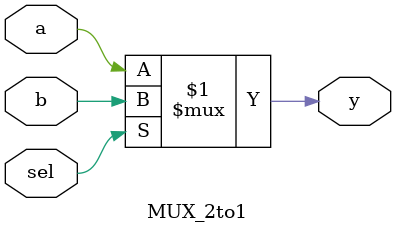
<source format=v>
module MUX_2to1 (a,b,sel,y);
input a,b,sel;
output y;
wire a,b,sel,y;

assign y = (sel) ? b : a;

endmodule 
</source>
